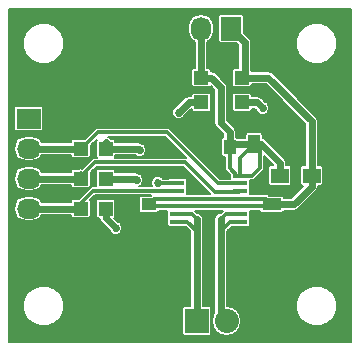
<source format=gtl>
G04 #@! TF.FileFunction,Copper,L1,Top,Signal*
%FSLAX46Y46*%
G04 Gerber Fmt 4.6, Leading zero omitted, Abs format (unit mm)*
G04 Created by KiCad (PCBNEW 0.201508140901+6091~28~ubuntu14.04.1-product) date Tue 06 Oct 2015 12:02:15 AM CEST*
%MOMM*%
G01*
G04 APERTURE LIST*
%ADD10C,0.100000*%
%ADD11C,0.685800*%
%ADD12R,1.000000X1.250000*%
%ADD13R,1.000000X1.600000*%
%ADD14R,1.250000X1.000000*%
%ADD15R,1.600000X1.000000*%
%ADD16R,2.032000X1.727200*%
%ADD17O,2.032000X1.727200*%
%ADD18R,2.032000X2.032000*%
%ADD19O,2.032000X2.032000*%
%ADD20R,1.270000X0.406400*%
%ADD21R,1.198880X1.198880*%
%ADD22R,1.727200X2.032000*%
%ADD23O,1.727200X2.032000*%
%ADD24R,1.500000X1.300000*%
%ADD25C,0.152400*%
%ADD26C,0.609600*%
%ADD27C,0.304800*%
G04 APERTURE END LIST*
D10*
D11*
X169926000Y-87376000D03*
X169926000Y-86106000D03*
X169926000Y-84836000D03*
X169926000Y-83566000D03*
X168656000Y-82296000D03*
X169926000Y-82296000D03*
X171196000Y-82296000D03*
X171196000Y-83566000D03*
X171196000Y-84836000D03*
X171196000Y-86106000D03*
X171196000Y-87376000D03*
X171196000Y-88646000D03*
X171196000Y-89916000D03*
X156718000Y-87122000D03*
X154686000Y-86360000D03*
X158877000Y-90297000D03*
X151638000Y-84328000D03*
X149098000Y-85598000D03*
X150368000Y-84328000D03*
X154686000Y-88900000D03*
X155194000Y-94996000D03*
X153924000Y-94996000D03*
X152654000Y-94996000D03*
X151384000Y-94996000D03*
X150114000Y-94996000D03*
X148844000Y-94996000D03*
X147574000Y-94996000D03*
X146304000Y-94996000D03*
X145034000Y-94996000D03*
X156718000Y-101346000D03*
X156718000Y-102616000D03*
X156718000Y-100076000D03*
X156718000Y-94996000D03*
X155194000Y-102616000D03*
X153924000Y-102616000D03*
X152654000Y-102616000D03*
X151384000Y-102616000D03*
X150114000Y-102616000D03*
X148844000Y-102616000D03*
X156718000Y-98806000D03*
X156718000Y-97536000D03*
X156718000Y-96266000D03*
X155194000Y-101346000D03*
X153924000Y-101346000D03*
X152654000Y-101346000D03*
X151384000Y-101346000D03*
X150114000Y-101346000D03*
X155194000Y-100076000D03*
X153924000Y-100076000D03*
X152654000Y-100076000D03*
X151384000Y-100076000D03*
X150114000Y-100076000D03*
X155194000Y-98806000D03*
X153924000Y-98806000D03*
X152654000Y-98806000D03*
X151384000Y-98806000D03*
X150114000Y-98806000D03*
X148844000Y-98806000D03*
X143764000Y-98806000D03*
X155194000Y-97536000D03*
X153924000Y-97536000D03*
X152654000Y-97536000D03*
X151384000Y-97536000D03*
X150114000Y-97536000D03*
X148844000Y-97536000D03*
X147574000Y-97536000D03*
X146304000Y-97536000D03*
X145034000Y-97536000D03*
X143764000Y-97536000D03*
X155194000Y-96266000D03*
X153924000Y-96266000D03*
X152654000Y-96266000D03*
X151384000Y-96266000D03*
X150114000Y-96266000D03*
X148844000Y-96266000D03*
X147574000Y-96266000D03*
X146304000Y-96266000D03*
X145034000Y-96266000D03*
X143764000Y-96266000D03*
X143764000Y-94996000D03*
X166116000Y-102616000D03*
X164846000Y-102616000D03*
X163576000Y-102616000D03*
X166116000Y-101346000D03*
X164846000Y-101346000D03*
X163576000Y-101346000D03*
X166116000Y-100076000D03*
X164846000Y-100076000D03*
X163576000Y-100076000D03*
X166116000Y-98806000D03*
X164846000Y-98806000D03*
X163576000Y-98806000D03*
X162306000Y-98806000D03*
X166116000Y-97536000D03*
X164846000Y-97536000D03*
X163576000Y-97536000D03*
X162306000Y-97536000D03*
X166116000Y-96266000D03*
X164846000Y-96266000D03*
X163576000Y-96266000D03*
X162306000Y-96266000D03*
X171196000Y-97536000D03*
X169926000Y-97536000D03*
X168656000Y-97536000D03*
X167386000Y-97536000D03*
X171196000Y-96266000D03*
X169926000Y-96266000D03*
X168656000Y-96266000D03*
X167386000Y-96266000D03*
X171196000Y-94996000D03*
X169926000Y-94996000D03*
X168656000Y-94996000D03*
X167386000Y-94996000D03*
X171196000Y-93726000D03*
X169926000Y-93726000D03*
X168656000Y-93726000D03*
X167386000Y-93726000D03*
X171196000Y-92456000D03*
X169926000Y-92456000D03*
X168656000Y-92456000D03*
X171196000Y-91186000D03*
X169926000Y-91186000D03*
X155448000Y-79756000D03*
X155448000Y-81026000D03*
X155448000Y-82296000D03*
X155448000Y-83566000D03*
X149098000Y-84328000D03*
X154178000Y-82296000D03*
X152908000Y-82296000D03*
X151638000Y-82296000D03*
X150368000Y-82296000D03*
X149098000Y-82296000D03*
X154178000Y-81026000D03*
X152908000Y-81026000D03*
X151638000Y-81026000D03*
X150368000Y-81026000D03*
X149098000Y-81026000D03*
X154178000Y-79756000D03*
X152908000Y-79756000D03*
X151638000Y-79756000D03*
X150368000Y-79756000D03*
X149098000Y-79756000D03*
X154178000Y-78486000D03*
X152908000Y-78486000D03*
X151638000Y-78486000D03*
X150368000Y-78486000D03*
X149098000Y-78486000D03*
X154178000Y-77216000D03*
X152908000Y-77216000D03*
X151638000Y-77216000D03*
X150368000Y-77216000D03*
X149098000Y-77216000D03*
X154178000Y-75946000D03*
X152908000Y-75946000D03*
X151638000Y-75946000D03*
X150368000Y-75946000D03*
D12*
X161782000Y-86868000D03*
X159782000Y-86868000D03*
D13*
X163854000Y-86614000D03*
X166854000Y-86614000D03*
D14*
X154940000Y-91710000D03*
X154940000Y-93710000D03*
D15*
X165354000Y-91718000D03*
X165354000Y-94718000D03*
D16*
X144780000Y-84455000D03*
D17*
X144780000Y-86995000D03*
X144780000Y-89535000D03*
X144780000Y-92075000D03*
D18*
X159004000Y-101600000D03*
D19*
X161544000Y-101600000D03*
D20*
X157353000Y-89281000D03*
X157353000Y-89916000D03*
X157353000Y-90576400D03*
X157353000Y-91236800D03*
X157353000Y-91871800D03*
X157353000Y-92532200D03*
X157353000Y-93192600D03*
X157353000Y-93827600D03*
X157353000Y-94488000D03*
X157353000Y-95123000D03*
X162687000Y-95123000D03*
X162687000Y-94488000D03*
X162687000Y-93827600D03*
X162687000Y-93192600D03*
X162687000Y-92532200D03*
X162687000Y-91871800D03*
X162687000Y-91236800D03*
X162687000Y-90576400D03*
X162687000Y-89916000D03*
X162687000Y-89281000D03*
D21*
X159385000Y-80992980D03*
X159385000Y-83091020D03*
X162814000Y-80992980D03*
X162814000Y-83091020D03*
X149191980Y-92075000D03*
X151290020Y-92075000D03*
X149191980Y-89535000D03*
X151290020Y-89535000D03*
X149191980Y-86995000D03*
X151290020Y-86995000D03*
D22*
X161925000Y-76835000D03*
D23*
X159385000Y-76835000D03*
X156845000Y-76835000D03*
D24*
X166036000Y-89281000D03*
X168736000Y-89281000D03*
D11*
X149098000Y-75946000D03*
X155702000Y-89916000D03*
X157480000Y-83947000D03*
X164592000Y-83566000D03*
X152146000Y-93726000D03*
X153924000Y-89662000D03*
X154178000Y-87122000D03*
D25*
X154940000Y-93710000D02*
X154940000Y-93980000D01*
D26*
X168736000Y-89281000D02*
X168736000Y-90217000D01*
X167235000Y-91718000D02*
X165354000Y-91718000D01*
X168736000Y-90217000D02*
X167235000Y-91718000D01*
X162814000Y-80992980D02*
X165066980Y-80992980D01*
X168736000Y-84662000D02*
X168736000Y-89281000D01*
X165066980Y-80992980D02*
X168736000Y-84662000D01*
X161925000Y-76835000D02*
X163068000Y-77978000D01*
X163068000Y-77978000D02*
X163068000Y-80738980D01*
X163068000Y-80738980D02*
X162814000Y-80992980D01*
D27*
X155159200Y-91490800D02*
X154940000Y-91710000D01*
X155413200Y-91236800D02*
X154940000Y-91710000D01*
X155101800Y-91871800D02*
X154940000Y-91710000D01*
X157353000Y-91871800D02*
X155101800Y-91871800D01*
X158699200Y-91236800D02*
X162687000Y-91236800D01*
X157353000Y-91236800D02*
X158699200Y-91236800D01*
X157353000Y-91871800D02*
X162687000Y-91871800D01*
X157353000Y-91236800D02*
X155413200Y-91236800D01*
X164872800Y-91236800D02*
X165354000Y-91718000D01*
X162687000Y-91236800D02*
X164872800Y-91236800D01*
X165200200Y-91871800D02*
X165354000Y-91718000D01*
X162687000Y-91871800D02*
X165200200Y-91871800D01*
X155702000Y-89916000D02*
X157353000Y-89916000D01*
X149191980Y-86995000D02*
X149225000Y-86995000D01*
X149225000Y-86995000D02*
X150622000Y-85598000D01*
X160782000Y-89916000D02*
X162687000Y-89916000D01*
X156464000Y-85598000D02*
X160782000Y-89916000D01*
X150622000Y-85598000D02*
X156464000Y-85598000D01*
X149191980Y-86995000D02*
X149191980Y-87215980D01*
D26*
X145796000Y-86995000D02*
X149191980Y-86995000D01*
D27*
X149191980Y-89535000D02*
X149191980Y-89314020D01*
X149191980Y-89314020D02*
X150368000Y-88138000D01*
X160528000Y-90678000D02*
X162585400Y-90678000D01*
X157988000Y-88138000D02*
X160528000Y-90678000D01*
X150368000Y-88138000D02*
X157988000Y-88138000D01*
X162585400Y-90678000D02*
X162687000Y-90576400D01*
X149191980Y-89535000D02*
X149191980Y-89060020D01*
D26*
X145796000Y-89535000D02*
X149191980Y-89535000D01*
D27*
X149191980Y-92075000D02*
X149191980Y-91600020D01*
X149191980Y-91600020D02*
X150215600Y-90576400D01*
X150215600Y-90576400D02*
X157353000Y-90576400D01*
D26*
X145796000Y-92075000D02*
X149191980Y-92075000D01*
D27*
X145034000Y-91821000D02*
X144780000Y-92075000D01*
D26*
X159004000Y-93980000D02*
X159004000Y-101600000D01*
D27*
X158572200Y-92532200D02*
X157353000Y-92532200D01*
X158572200Y-92532200D02*
X159004000Y-92964000D01*
D26*
X159004000Y-93980000D02*
X159004000Y-92964000D01*
D27*
X158216600Y-93192600D02*
X159004000Y-93980000D01*
X157353000Y-93192600D02*
X158216600Y-93192600D01*
D26*
X161036000Y-93980000D02*
X161036000Y-101092000D01*
X161036000Y-101092000D02*
X161544000Y-101600000D01*
D27*
X161467800Y-92532200D02*
X162687000Y-92532200D01*
X161467800Y-92532200D02*
X161036000Y-92964000D01*
D26*
X161036000Y-93980000D02*
X161036000Y-92964000D01*
D27*
X162687000Y-93192600D02*
X161823400Y-93192600D01*
X161823400Y-93192600D02*
X161036000Y-93980000D01*
D26*
X163854000Y-86614000D02*
X164465000Y-86614000D01*
X166036000Y-88185000D02*
X166036000Y-89281000D01*
X164465000Y-86614000D02*
X166036000Y-88185000D01*
X159385000Y-80992980D02*
X160240980Y-80992980D01*
X161782000Y-85582000D02*
X161782000Y-86868000D01*
X161036000Y-84836000D02*
X161782000Y-85582000D01*
X161036000Y-81788000D02*
X161036000Y-84836000D01*
X160240980Y-80992980D02*
X161036000Y-81788000D01*
X159385000Y-76835000D02*
X159385000Y-80992980D01*
X163854000Y-86614000D02*
X163854000Y-86336000D01*
X159385000Y-80992980D02*
X159605980Y-80992980D01*
D27*
X162687000Y-89281000D02*
X162687000Y-87781000D01*
X162687000Y-87781000D02*
X163854000Y-86614000D01*
X162687000Y-89281000D02*
X162433000Y-89281000D01*
X162433000Y-89281000D02*
X161782000Y-88630000D01*
X161782000Y-88630000D02*
X161782000Y-86868000D01*
D26*
X162036000Y-86614000D02*
X161782000Y-86868000D01*
X163854000Y-86614000D02*
X162036000Y-86614000D01*
X161782000Y-86868000D02*
X161782000Y-86376000D01*
D27*
X164338000Y-86614000D02*
X163854000Y-86614000D01*
X163703000Y-89281000D02*
X164338000Y-88646000D01*
X164338000Y-88646000D02*
X164338000Y-87376000D01*
X164338000Y-87376000D02*
X164338000Y-86614000D01*
X162687000Y-89281000D02*
X163703000Y-89281000D01*
X163854000Y-86844000D02*
X163854000Y-86614000D01*
X161782000Y-86868000D02*
X161782000Y-87138000D01*
D26*
X159385000Y-83091020D02*
X158335980Y-83091020D01*
X158335980Y-83091020D02*
X157480000Y-83947000D01*
X162814000Y-83091020D02*
X164117020Y-83091020D01*
X164117020Y-83091020D02*
X164592000Y-83566000D01*
X151290020Y-92075000D02*
X151290020Y-92870020D01*
X151290020Y-92870020D02*
X152146000Y-93726000D01*
X151290020Y-89535000D02*
X153797000Y-89535000D01*
X153797000Y-89535000D02*
X153924000Y-89662000D01*
X151290020Y-86995000D02*
X154051000Y-86995000D01*
X154051000Y-86995000D02*
X154178000Y-87122000D01*
X151290020Y-86995000D02*
X151290020Y-86453980D01*
D25*
G36*
X172060400Y-103353400D02*
X143153600Y-103353400D01*
X143153600Y-100672331D01*
X144321101Y-100672331D01*
X144583710Y-101307894D01*
X145069548Y-101794581D01*
X145704652Y-102058299D01*
X146392331Y-102058899D01*
X147027894Y-101796290D01*
X147514581Y-101310452D01*
X147778299Y-100675348D01*
X147778899Y-99987669D01*
X147516290Y-99352106D01*
X147030452Y-98865419D01*
X146395348Y-98601701D01*
X145707669Y-98601101D01*
X145072106Y-98863710D01*
X144585419Y-99349548D01*
X144321701Y-99984652D01*
X144321101Y-100672331D01*
X143153600Y-100672331D01*
X143153600Y-86995000D01*
X143511017Y-86995000D01*
X143594156Y-87412967D01*
X143830915Y-87767302D01*
X144185250Y-88004061D01*
X144603217Y-88087200D01*
X144956783Y-88087200D01*
X145374750Y-88004061D01*
X145729085Y-87767302D01*
X145888714Y-87528400D01*
X148359462Y-87528400D01*
X148359462Y-87594440D01*
X148375402Y-87679154D01*
X148425468Y-87756958D01*
X148501860Y-87809155D01*
X148592540Y-87827518D01*
X149791420Y-87827518D01*
X149876134Y-87811578D01*
X149953938Y-87761512D01*
X150006135Y-87685120D01*
X150024498Y-87594440D01*
X150024498Y-86734318D01*
X150523175Y-86235640D01*
X150475865Y-86304880D01*
X150457502Y-86395560D01*
X150457502Y-87594440D01*
X150473442Y-87679154D01*
X150523508Y-87756958D01*
X150523569Y-87757000D01*
X150368000Y-87757000D01*
X150222198Y-87786002D01*
X150098592Y-87868592D01*
X150098590Y-87868595D01*
X149272206Y-88694978D01*
X149191980Y-88679020D01*
X149074029Y-88702482D01*
X148592540Y-88702482D01*
X148507826Y-88718422D01*
X148430022Y-88768488D01*
X148377825Y-88844880D01*
X148359462Y-88935560D01*
X148359462Y-89001600D01*
X145888714Y-89001600D01*
X145729085Y-88762698D01*
X145374750Y-88525939D01*
X144956783Y-88442800D01*
X144603217Y-88442800D01*
X144185250Y-88525939D01*
X143830915Y-88762698D01*
X143594156Y-89117033D01*
X143511017Y-89535000D01*
X143594156Y-89952967D01*
X143830915Y-90307302D01*
X144185250Y-90544061D01*
X144603217Y-90627200D01*
X144956783Y-90627200D01*
X145374750Y-90544061D01*
X145729085Y-90307302D01*
X145888714Y-90068400D01*
X148359462Y-90068400D01*
X148359462Y-90134440D01*
X148375402Y-90219154D01*
X148425468Y-90296958D01*
X148501860Y-90349155D01*
X148592540Y-90367518D01*
X149791420Y-90367518D01*
X149876134Y-90351578D01*
X149953938Y-90301512D01*
X150006135Y-90225120D01*
X150024498Y-90134440D01*
X150024498Y-89020318D01*
X150525815Y-88519000D01*
X157830184Y-88519000D01*
X160166985Y-90855800D01*
X158205647Y-90855800D01*
X158221078Y-90779600D01*
X158221078Y-90373200D01*
X158205138Y-90288486D01*
X158177913Y-90246178D01*
X158202715Y-90209880D01*
X158221078Y-90119200D01*
X158221078Y-89712800D01*
X158205138Y-89628086D01*
X158155072Y-89550282D01*
X158078680Y-89498085D01*
X157988000Y-89479722D01*
X156718000Y-89479722D01*
X156633286Y-89495662D01*
X156572154Y-89535000D01*
X156129182Y-89535000D01*
X156026151Y-89431789D01*
X155816177Y-89344600D01*
X155588820Y-89344401D01*
X155378694Y-89431224D01*
X155217789Y-89591849D01*
X155130600Y-89801823D01*
X155130401Y-90029180D01*
X155199082Y-90195400D01*
X154129628Y-90195400D01*
X154247306Y-90146776D01*
X154408211Y-89986151D01*
X154495400Y-89776177D01*
X154495599Y-89548820D01*
X154408776Y-89338694D01*
X154248151Y-89177789D01*
X154131634Y-89129407D01*
X154001123Y-89042203D01*
X153797000Y-89001600D01*
X152122538Y-89001600D01*
X152122538Y-88935560D01*
X152106598Y-88850846D01*
X152056532Y-88773042D01*
X151980140Y-88720845D01*
X151889460Y-88702482D01*
X150690580Y-88702482D01*
X150605866Y-88718422D01*
X150528062Y-88768488D01*
X150475865Y-88844880D01*
X150457502Y-88935560D01*
X150457502Y-90134440D01*
X150468972Y-90195400D01*
X150215600Y-90195400D01*
X150069797Y-90224402D01*
X150020288Y-90257483D01*
X149946192Y-90306992D01*
X149946190Y-90306995D01*
X149010702Y-91242482D01*
X148592540Y-91242482D01*
X148507826Y-91258422D01*
X148430022Y-91308488D01*
X148377825Y-91384880D01*
X148359462Y-91475560D01*
X148359462Y-91541600D01*
X145888714Y-91541600D01*
X145729085Y-91302698D01*
X145374750Y-91065939D01*
X144956783Y-90982800D01*
X144603217Y-90982800D01*
X144185250Y-91065939D01*
X143830915Y-91302698D01*
X143594156Y-91657033D01*
X143511017Y-92075000D01*
X143594156Y-92492967D01*
X143830915Y-92847302D01*
X144185250Y-93084061D01*
X144603217Y-93167200D01*
X144956783Y-93167200D01*
X145374750Y-93084061D01*
X145729085Y-92847302D01*
X145888714Y-92608400D01*
X148359462Y-92608400D01*
X148359462Y-92674440D01*
X148375402Y-92759154D01*
X148425468Y-92836958D01*
X148501860Y-92889155D01*
X148592540Y-92907518D01*
X149791420Y-92907518D01*
X149876134Y-92891578D01*
X149953938Y-92841512D01*
X150006135Y-92765120D01*
X150024498Y-92674440D01*
X150024498Y-91475560D01*
X150457502Y-91475560D01*
X150457502Y-92674440D01*
X150473442Y-92759154D01*
X150523508Y-92836958D01*
X150599900Y-92889155D01*
X150690580Y-92907518D01*
X150764079Y-92907518D01*
X150797223Y-93074143D01*
X150912849Y-93247191D01*
X151623383Y-93957724D01*
X151661224Y-94049306D01*
X151821849Y-94210211D01*
X152031823Y-94297400D01*
X152259180Y-94297599D01*
X152469306Y-94210776D01*
X152630211Y-94050151D01*
X152717400Y-93840177D01*
X152717599Y-93612820D01*
X152630776Y-93402694D01*
X152470151Y-93241789D01*
X152377770Y-93203429D01*
X152029998Y-92855656D01*
X152051978Y-92841512D01*
X152104175Y-92765120D01*
X152122538Y-92674440D01*
X152122538Y-91475560D01*
X152106598Y-91390846D01*
X152056532Y-91313042D01*
X151980140Y-91260845D01*
X151889460Y-91242482D01*
X150690580Y-91242482D01*
X150605866Y-91258422D01*
X150528062Y-91308488D01*
X150475865Y-91384880D01*
X150457502Y-91475560D01*
X150024498Y-91475560D01*
X150008558Y-91390846D01*
X149981703Y-91349113D01*
X150373415Y-90957400D01*
X155158746Y-90957400D01*
X155143792Y-90967392D01*
X155134262Y-90976922D01*
X154315000Y-90976922D01*
X154230286Y-90992862D01*
X154152482Y-91042928D01*
X154100285Y-91119320D01*
X154081922Y-91210000D01*
X154081922Y-92210000D01*
X154097862Y-92294714D01*
X154147928Y-92372518D01*
X154224320Y-92424715D01*
X154315000Y-92443078D01*
X155565000Y-92443078D01*
X155649714Y-92427138D01*
X155727518Y-92377072D01*
X155779715Y-92300680D01*
X155789411Y-92252800D01*
X156500353Y-92252800D01*
X156484922Y-92329000D01*
X156484922Y-92735400D01*
X156500862Y-92820114D01*
X156528087Y-92862422D01*
X156503285Y-92898720D01*
X156484922Y-92989400D01*
X156484922Y-93395800D01*
X156500862Y-93480514D01*
X156550928Y-93558318D01*
X156627320Y-93610515D01*
X156718000Y-93628878D01*
X157988000Y-93628878D01*
X158072714Y-93612938D01*
X158088174Y-93602990D01*
X158470600Y-93985416D01*
X158470600Y-100350922D01*
X157988000Y-100350922D01*
X157903286Y-100366862D01*
X157825482Y-100416928D01*
X157773285Y-100493320D01*
X157754922Y-100584000D01*
X157754922Y-102616000D01*
X157770862Y-102700714D01*
X157820928Y-102778518D01*
X157897320Y-102830715D01*
X157988000Y-102849078D01*
X160020000Y-102849078D01*
X160104714Y-102833138D01*
X160182518Y-102783072D01*
X160234715Y-102706680D01*
X160253078Y-102616000D01*
X160253078Y-100584000D01*
X160237138Y-100499286D01*
X160187072Y-100421482D01*
X160110680Y-100369285D01*
X160020000Y-100350922D01*
X159537400Y-100350922D01*
X159537400Y-92964000D01*
X159496797Y-92759877D01*
X159381171Y-92586829D01*
X159208123Y-92471203D01*
X159010760Y-92431945D01*
X158841608Y-92262792D01*
X158826654Y-92252800D01*
X161213346Y-92252800D01*
X161198392Y-92262792D01*
X161198390Y-92262795D01*
X161029240Y-92431945D01*
X160831877Y-92471203D01*
X160658829Y-92586829D01*
X160543203Y-92759877D01*
X160502600Y-92964000D01*
X160502600Y-100937007D01*
X160394140Y-101099329D01*
X160299400Y-101575617D01*
X160299400Y-101624383D01*
X160394140Y-102100671D01*
X160663935Y-102504448D01*
X161067712Y-102774243D01*
X161544000Y-102868983D01*
X162020288Y-102774243D01*
X162424065Y-102504448D01*
X162693860Y-102100671D01*
X162788600Y-101624383D01*
X162788600Y-101575617D01*
X162693860Y-101099329D01*
X162424065Y-100695552D01*
X162389313Y-100672331D01*
X167435101Y-100672331D01*
X167697710Y-101307894D01*
X168183548Y-101794581D01*
X168818652Y-102058299D01*
X169506331Y-102058899D01*
X170141894Y-101796290D01*
X170628581Y-101310452D01*
X170892299Y-100675348D01*
X170892899Y-99987669D01*
X170630290Y-99352106D01*
X170144452Y-98865419D01*
X169509348Y-98601701D01*
X168821669Y-98601101D01*
X168186106Y-98863710D01*
X167699419Y-99349548D01*
X167435701Y-99984652D01*
X167435101Y-100672331D01*
X162389313Y-100672331D01*
X162020288Y-100425757D01*
X161569400Y-100336069D01*
X161569400Y-93985416D01*
X161951209Y-93603607D01*
X161961320Y-93610515D01*
X162052000Y-93628878D01*
X163322000Y-93628878D01*
X163406714Y-93612938D01*
X163484518Y-93562872D01*
X163536715Y-93486480D01*
X163555078Y-93395800D01*
X163555078Y-92989400D01*
X163539138Y-92904686D01*
X163511913Y-92862378D01*
X163536715Y-92826080D01*
X163555078Y-92735400D01*
X163555078Y-92329000D01*
X163540740Y-92252800D01*
X164327470Y-92252800D01*
X164336862Y-92302714D01*
X164386928Y-92380518D01*
X164463320Y-92432715D01*
X164554000Y-92451078D01*
X166154000Y-92451078D01*
X166238714Y-92435138D01*
X166316518Y-92385072D01*
X166368715Y-92308680D01*
X166380314Y-92251400D01*
X167235000Y-92251400D01*
X167439123Y-92210797D01*
X167612171Y-92095171D01*
X169113168Y-90594173D01*
X169113171Y-90594171D01*
X169228797Y-90421123D01*
X169239460Y-90367518D01*
X169269401Y-90217000D01*
X169269400Y-90216995D01*
X169269400Y-90164078D01*
X169486000Y-90164078D01*
X169570714Y-90148138D01*
X169648518Y-90098072D01*
X169700715Y-90021680D01*
X169719078Y-89931000D01*
X169719078Y-88631000D01*
X169703138Y-88546286D01*
X169653072Y-88468482D01*
X169576680Y-88416285D01*
X169486000Y-88397922D01*
X169269400Y-88397922D01*
X169269400Y-84662000D01*
X169228797Y-84457877D01*
X169113171Y-84284829D01*
X165444151Y-80615809D01*
X165271103Y-80500183D01*
X165066980Y-80459580D01*
X163646518Y-80459580D01*
X163646518Y-80393540D01*
X163630578Y-80308826D01*
X163601400Y-80263483D01*
X163601400Y-78447331D01*
X167435101Y-78447331D01*
X167697710Y-79082894D01*
X168183548Y-79569581D01*
X168818652Y-79833299D01*
X169506331Y-79833899D01*
X170141894Y-79571290D01*
X170628581Y-79085452D01*
X170892299Y-78450348D01*
X170892899Y-77762669D01*
X170630290Y-77127106D01*
X170144452Y-76640419D01*
X169509348Y-76376701D01*
X168821669Y-76376101D01*
X168186106Y-76638710D01*
X167699419Y-77124548D01*
X167435701Y-77759652D01*
X167435101Y-78447331D01*
X163601400Y-78447331D01*
X163601400Y-77978000D01*
X163560797Y-77773877D01*
X163445171Y-77600829D01*
X163021678Y-77177336D01*
X163021678Y-75819000D01*
X163005738Y-75734286D01*
X162955672Y-75656482D01*
X162879280Y-75604285D01*
X162788600Y-75585922D01*
X161061400Y-75585922D01*
X160976686Y-75601862D01*
X160898882Y-75651928D01*
X160846685Y-75728320D01*
X160828322Y-75819000D01*
X160828322Y-77851000D01*
X160844262Y-77935714D01*
X160894328Y-78013518D01*
X160970720Y-78065715D01*
X161061400Y-78084078D01*
X162419736Y-78084078D01*
X162534600Y-78198942D01*
X162534600Y-80160462D01*
X162214560Y-80160462D01*
X162129846Y-80176402D01*
X162052042Y-80226468D01*
X161999845Y-80302860D01*
X161981482Y-80393540D01*
X161981482Y-81592420D01*
X161997422Y-81677134D01*
X162047488Y-81754938D01*
X162123880Y-81807135D01*
X162214560Y-81825498D01*
X163413440Y-81825498D01*
X163498154Y-81809558D01*
X163575958Y-81759492D01*
X163628155Y-81683100D01*
X163646518Y-81592420D01*
X163646518Y-81526380D01*
X164846038Y-81526380D01*
X168202600Y-84882942D01*
X168202600Y-88397922D01*
X167986000Y-88397922D01*
X167901286Y-88413862D01*
X167823482Y-88463928D01*
X167771285Y-88540320D01*
X167752922Y-88631000D01*
X167752922Y-89931000D01*
X167768862Y-90015714D01*
X167818928Y-90093518D01*
X167895320Y-90145715D01*
X167986000Y-90164078D01*
X168034581Y-90164078D01*
X167014058Y-91184600D01*
X166380793Y-91184600D01*
X166371138Y-91133286D01*
X166321072Y-91055482D01*
X166244680Y-91003285D01*
X166154000Y-90984922D01*
X165159738Y-90984922D01*
X165142208Y-90967392D01*
X165018603Y-90884802D01*
X164872800Y-90855800D01*
X163539647Y-90855800D01*
X163555078Y-90779600D01*
X163555078Y-90373200D01*
X163539138Y-90288486D01*
X163511913Y-90246178D01*
X163536715Y-90209880D01*
X163555078Y-90119200D01*
X163555078Y-89712800D01*
X163545519Y-89662000D01*
X163703000Y-89662000D01*
X163848803Y-89632998D01*
X163972408Y-89550408D01*
X164607405Y-88915410D01*
X164607408Y-88915408D01*
X164689998Y-88791802D01*
X164690714Y-88788203D01*
X164719001Y-88646000D01*
X164719000Y-88645995D01*
X164719000Y-87622342D01*
X165494581Y-88397922D01*
X165286000Y-88397922D01*
X165201286Y-88413862D01*
X165123482Y-88463928D01*
X165071285Y-88540320D01*
X165052922Y-88631000D01*
X165052922Y-89931000D01*
X165068862Y-90015714D01*
X165118928Y-90093518D01*
X165195320Y-90145715D01*
X165286000Y-90164078D01*
X166786000Y-90164078D01*
X166870714Y-90148138D01*
X166948518Y-90098072D01*
X167000715Y-90021680D01*
X167019078Y-89931000D01*
X167019078Y-88631000D01*
X167003138Y-88546286D01*
X166953072Y-88468482D01*
X166876680Y-88416285D01*
X166786000Y-88397922D01*
X166569400Y-88397922D01*
X166569400Y-88185005D01*
X166569401Y-88185000D01*
X166528797Y-87980877D01*
X166492666Y-87926803D01*
X166413171Y-87807829D01*
X166413168Y-87807827D01*
X164842171Y-86236829D01*
X164669123Y-86121203D01*
X164587078Y-86104883D01*
X164587078Y-85814000D01*
X164571138Y-85729286D01*
X164521072Y-85651482D01*
X164444680Y-85599285D01*
X164354000Y-85580922D01*
X163354000Y-85580922D01*
X163269286Y-85596862D01*
X163191482Y-85646928D01*
X163139285Y-85723320D01*
X163120922Y-85814000D01*
X163120922Y-86080600D01*
X162449148Y-86080600D01*
X162449072Y-86080482D01*
X162372680Y-86028285D01*
X162315400Y-86016686D01*
X162315400Y-85582000D01*
X162274797Y-85377877D01*
X162274797Y-85377876D01*
X162159171Y-85204829D01*
X161569400Y-84615058D01*
X161569400Y-82491580D01*
X161981482Y-82491580D01*
X161981482Y-83690460D01*
X161997422Y-83775174D01*
X162047488Y-83852978D01*
X162123880Y-83905175D01*
X162214560Y-83923538D01*
X163413440Y-83923538D01*
X163498154Y-83907598D01*
X163575958Y-83857532D01*
X163628155Y-83781140D01*
X163646518Y-83690460D01*
X163646518Y-83624420D01*
X163896078Y-83624420D01*
X164069383Y-83797725D01*
X164107224Y-83889306D01*
X164267849Y-84050211D01*
X164477823Y-84137400D01*
X164705180Y-84137599D01*
X164915306Y-84050776D01*
X165076211Y-83890151D01*
X165163400Y-83680177D01*
X165163599Y-83452820D01*
X165076776Y-83242694D01*
X164916151Y-83081789D01*
X164823772Y-83043430D01*
X164494191Y-82713849D01*
X164321143Y-82598223D01*
X164117020Y-82557620D01*
X163646518Y-82557620D01*
X163646518Y-82491580D01*
X163630578Y-82406866D01*
X163580512Y-82329062D01*
X163504120Y-82276865D01*
X163413440Y-82258502D01*
X162214560Y-82258502D01*
X162129846Y-82274442D01*
X162052042Y-82324508D01*
X161999845Y-82400900D01*
X161981482Y-82491580D01*
X161569400Y-82491580D01*
X161569400Y-81788000D01*
X161528797Y-81583877D01*
X161413171Y-81410829D01*
X160618151Y-80615809D01*
X160445103Y-80500183D01*
X160240980Y-80459580D01*
X160217518Y-80459580D01*
X160217518Y-80393540D01*
X160201578Y-80308826D01*
X160151512Y-80231022D01*
X160075120Y-80178825D01*
X159984440Y-80160462D01*
X159918400Y-80160462D01*
X159918400Y-77943714D01*
X160157302Y-77784085D01*
X160394061Y-77429750D01*
X160477200Y-77011783D01*
X160477200Y-76658217D01*
X160394061Y-76240250D01*
X160157302Y-75885915D01*
X159802967Y-75649156D01*
X159385000Y-75566017D01*
X158967033Y-75649156D01*
X158612698Y-75885915D01*
X158375939Y-76240250D01*
X158292800Y-76658217D01*
X158292800Y-77011783D01*
X158375939Y-77429750D01*
X158612698Y-77784085D01*
X158851600Y-77943714D01*
X158851600Y-80160462D01*
X158785560Y-80160462D01*
X158700846Y-80176402D01*
X158623042Y-80226468D01*
X158570845Y-80302860D01*
X158552482Y-80393540D01*
X158552482Y-81592420D01*
X158568422Y-81677134D01*
X158618488Y-81754938D01*
X158694880Y-81807135D01*
X158785560Y-81825498D01*
X159984440Y-81825498D01*
X160069154Y-81809558D01*
X160146958Y-81759492D01*
X160190064Y-81696406D01*
X160502600Y-82008942D01*
X160502600Y-84836000D01*
X160543203Y-85040123D01*
X160658829Y-85213171D01*
X161248600Y-85802942D01*
X161248600Y-86016207D01*
X161197286Y-86025862D01*
X161119482Y-86075928D01*
X161067285Y-86152320D01*
X161048922Y-86243000D01*
X161048922Y-87493000D01*
X161064862Y-87577714D01*
X161114928Y-87655518D01*
X161191320Y-87707715D01*
X161282000Y-87726078D01*
X161401000Y-87726078D01*
X161401000Y-88630000D01*
X161430002Y-88775803D01*
X161512592Y-88899408D01*
X161818922Y-89205738D01*
X161818922Y-89484200D01*
X161828481Y-89535000D01*
X160939816Y-89535000D01*
X156733408Y-85328592D01*
X156609803Y-85246002D01*
X156464000Y-85217000D01*
X150622000Y-85217000D01*
X150476197Y-85246002D01*
X150426688Y-85279083D01*
X150352592Y-85328592D01*
X150352590Y-85328595D01*
X149518702Y-86162482D01*
X148592540Y-86162482D01*
X148507826Y-86178422D01*
X148430022Y-86228488D01*
X148377825Y-86304880D01*
X148359462Y-86395560D01*
X148359462Y-86461600D01*
X145888714Y-86461600D01*
X145729085Y-86222698D01*
X145374750Y-85985939D01*
X144956783Y-85902800D01*
X144603217Y-85902800D01*
X144185250Y-85985939D01*
X143830915Y-86222698D01*
X143594156Y-86577033D01*
X143511017Y-86995000D01*
X143153600Y-86995000D01*
X143153600Y-83591400D01*
X143530922Y-83591400D01*
X143530922Y-85318600D01*
X143546862Y-85403314D01*
X143596928Y-85481118D01*
X143673320Y-85533315D01*
X143764000Y-85551678D01*
X145796000Y-85551678D01*
X145880714Y-85535738D01*
X145958518Y-85485672D01*
X146010715Y-85409280D01*
X146029078Y-85318600D01*
X146029078Y-84060180D01*
X156908401Y-84060180D01*
X156995224Y-84270306D01*
X157155849Y-84431211D01*
X157365823Y-84518400D01*
X157593180Y-84518599D01*
X157803306Y-84431776D01*
X157964211Y-84271151D01*
X158002570Y-84178771D01*
X158552482Y-83628859D01*
X158552482Y-83690460D01*
X158568422Y-83775174D01*
X158618488Y-83852978D01*
X158694880Y-83905175D01*
X158785560Y-83923538D01*
X159984440Y-83923538D01*
X160069154Y-83907598D01*
X160146958Y-83857532D01*
X160199155Y-83781140D01*
X160217518Y-83690460D01*
X160217518Y-82491580D01*
X160201578Y-82406866D01*
X160151512Y-82329062D01*
X160075120Y-82276865D01*
X159984440Y-82258502D01*
X158785560Y-82258502D01*
X158700846Y-82274442D01*
X158623042Y-82324508D01*
X158570845Y-82400900D01*
X158552482Y-82491580D01*
X158552482Y-82557620D01*
X158335985Y-82557620D01*
X158335980Y-82557619D01*
X158131857Y-82598223D01*
X157958809Y-82713849D01*
X157958807Y-82713852D01*
X157248275Y-83424383D01*
X157156694Y-83462224D01*
X156995789Y-83622849D01*
X156908600Y-83832823D01*
X156908401Y-84060180D01*
X146029078Y-84060180D01*
X146029078Y-83591400D01*
X146013138Y-83506686D01*
X145963072Y-83428882D01*
X145886680Y-83376685D01*
X145796000Y-83358322D01*
X143764000Y-83358322D01*
X143679286Y-83374262D01*
X143601482Y-83424328D01*
X143549285Y-83500720D01*
X143530922Y-83591400D01*
X143153600Y-83591400D01*
X143153600Y-78447331D01*
X144321101Y-78447331D01*
X144583710Y-79082894D01*
X145069548Y-79569581D01*
X145704652Y-79833299D01*
X146392331Y-79833899D01*
X147027894Y-79571290D01*
X147514581Y-79085452D01*
X147778299Y-78450348D01*
X147778899Y-77762669D01*
X147516290Y-77127106D01*
X147030452Y-76640419D01*
X146395348Y-76376701D01*
X145707669Y-76376101D01*
X145072106Y-76638710D01*
X144585419Y-77124548D01*
X144321701Y-77759652D01*
X144321101Y-78447331D01*
X143153600Y-78447331D01*
X143153600Y-75208600D01*
X172060400Y-75208600D01*
X172060400Y-103353400D01*
X172060400Y-103353400D01*
G37*
X172060400Y-103353400D02*
X143153600Y-103353400D01*
X143153600Y-100672331D01*
X144321101Y-100672331D01*
X144583710Y-101307894D01*
X145069548Y-101794581D01*
X145704652Y-102058299D01*
X146392331Y-102058899D01*
X147027894Y-101796290D01*
X147514581Y-101310452D01*
X147778299Y-100675348D01*
X147778899Y-99987669D01*
X147516290Y-99352106D01*
X147030452Y-98865419D01*
X146395348Y-98601701D01*
X145707669Y-98601101D01*
X145072106Y-98863710D01*
X144585419Y-99349548D01*
X144321701Y-99984652D01*
X144321101Y-100672331D01*
X143153600Y-100672331D01*
X143153600Y-86995000D01*
X143511017Y-86995000D01*
X143594156Y-87412967D01*
X143830915Y-87767302D01*
X144185250Y-88004061D01*
X144603217Y-88087200D01*
X144956783Y-88087200D01*
X145374750Y-88004061D01*
X145729085Y-87767302D01*
X145888714Y-87528400D01*
X148359462Y-87528400D01*
X148359462Y-87594440D01*
X148375402Y-87679154D01*
X148425468Y-87756958D01*
X148501860Y-87809155D01*
X148592540Y-87827518D01*
X149791420Y-87827518D01*
X149876134Y-87811578D01*
X149953938Y-87761512D01*
X150006135Y-87685120D01*
X150024498Y-87594440D01*
X150024498Y-86734318D01*
X150523175Y-86235640D01*
X150475865Y-86304880D01*
X150457502Y-86395560D01*
X150457502Y-87594440D01*
X150473442Y-87679154D01*
X150523508Y-87756958D01*
X150523569Y-87757000D01*
X150368000Y-87757000D01*
X150222198Y-87786002D01*
X150098592Y-87868592D01*
X150098590Y-87868595D01*
X149272206Y-88694978D01*
X149191980Y-88679020D01*
X149074029Y-88702482D01*
X148592540Y-88702482D01*
X148507826Y-88718422D01*
X148430022Y-88768488D01*
X148377825Y-88844880D01*
X148359462Y-88935560D01*
X148359462Y-89001600D01*
X145888714Y-89001600D01*
X145729085Y-88762698D01*
X145374750Y-88525939D01*
X144956783Y-88442800D01*
X144603217Y-88442800D01*
X144185250Y-88525939D01*
X143830915Y-88762698D01*
X143594156Y-89117033D01*
X143511017Y-89535000D01*
X143594156Y-89952967D01*
X143830915Y-90307302D01*
X144185250Y-90544061D01*
X144603217Y-90627200D01*
X144956783Y-90627200D01*
X145374750Y-90544061D01*
X145729085Y-90307302D01*
X145888714Y-90068400D01*
X148359462Y-90068400D01*
X148359462Y-90134440D01*
X148375402Y-90219154D01*
X148425468Y-90296958D01*
X148501860Y-90349155D01*
X148592540Y-90367518D01*
X149791420Y-90367518D01*
X149876134Y-90351578D01*
X149953938Y-90301512D01*
X150006135Y-90225120D01*
X150024498Y-90134440D01*
X150024498Y-89020318D01*
X150525815Y-88519000D01*
X157830184Y-88519000D01*
X160166985Y-90855800D01*
X158205647Y-90855800D01*
X158221078Y-90779600D01*
X158221078Y-90373200D01*
X158205138Y-90288486D01*
X158177913Y-90246178D01*
X158202715Y-90209880D01*
X158221078Y-90119200D01*
X158221078Y-89712800D01*
X158205138Y-89628086D01*
X158155072Y-89550282D01*
X158078680Y-89498085D01*
X157988000Y-89479722D01*
X156718000Y-89479722D01*
X156633286Y-89495662D01*
X156572154Y-89535000D01*
X156129182Y-89535000D01*
X156026151Y-89431789D01*
X155816177Y-89344600D01*
X155588820Y-89344401D01*
X155378694Y-89431224D01*
X155217789Y-89591849D01*
X155130600Y-89801823D01*
X155130401Y-90029180D01*
X155199082Y-90195400D01*
X154129628Y-90195400D01*
X154247306Y-90146776D01*
X154408211Y-89986151D01*
X154495400Y-89776177D01*
X154495599Y-89548820D01*
X154408776Y-89338694D01*
X154248151Y-89177789D01*
X154131634Y-89129407D01*
X154001123Y-89042203D01*
X153797000Y-89001600D01*
X152122538Y-89001600D01*
X152122538Y-88935560D01*
X152106598Y-88850846D01*
X152056532Y-88773042D01*
X151980140Y-88720845D01*
X151889460Y-88702482D01*
X150690580Y-88702482D01*
X150605866Y-88718422D01*
X150528062Y-88768488D01*
X150475865Y-88844880D01*
X150457502Y-88935560D01*
X150457502Y-90134440D01*
X150468972Y-90195400D01*
X150215600Y-90195400D01*
X150069797Y-90224402D01*
X150020288Y-90257483D01*
X149946192Y-90306992D01*
X149946190Y-90306995D01*
X149010702Y-91242482D01*
X148592540Y-91242482D01*
X148507826Y-91258422D01*
X148430022Y-91308488D01*
X148377825Y-91384880D01*
X148359462Y-91475560D01*
X148359462Y-91541600D01*
X145888714Y-91541600D01*
X145729085Y-91302698D01*
X145374750Y-91065939D01*
X144956783Y-90982800D01*
X144603217Y-90982800D01*
X144185250Y-91065939D01*
X143830915Y-91302698D01*
X143594156Y-91657033D01*
X143511017Y-92075000D01*
X143594156Y-92492967D01*
X143830915Y-92847302D01*
X144185250Y-93084061D01*
X144603217Y-93167200D01*
X144956783Y-93167200D01*
X145374750Y-93084061D01*
X145729085Y-92847302D01*
X145888714Y-92608400D01*
X148359462Y-92608400D01*
X148359462Y-92674440D01*
X148375402Y-92759154D01*
X148425468Y-92836958D01*
X148501860Y-92889155D01*
X148592540Y-92907518D01*
X149791420Y-92907518D01*
X149876134Y-92891578D01*
X149953938Y-92841512D01*
X150006135Y-92765120D01*
X150024498Y-92674440D01*
X150024498Y-91475560D01*
X150457502Y-91475560D01*
X150457502Y-92674440D01*
X150473442Y-92759154D01*
X150523508Y-92836958D01*
X150599900Y-92889155D01*
X150690580Y-92907518D01*
X150764079Y-92907518D01*
X150797223Y-93074143D01*
X150912849Y-93247191D01*
X151623383Y-93957724D01*
X151661224Y-94049306D01*
X151821849Y-94210211D01*
X152031823Y-94297400D01*
X152259180Y-94297599D01*
X152469306Y-94210776D01*
X152630211Y-94050151D01*
X152717400Y-93840177D01*
X152717599Y-93612820D01*
X152630776Y-93402694D01*
X152470151Y-93241789D01*
X152377770Y-93203429D01*
X152029998Y-92855656D01*
X152051978Y-92841512D01*
X152104175Y-92765120D01*
X152122538Y-92674440D01*
X152122538Y-91475560D01*
X152106598Y-91390846D01*
X152056532Y-91313042D01*
X151980140Y-91260845D01*
X151889460Y-91242482D01*
X150690580Y-91242482D01*
X150605866Y-91258422D01*
X150528062Y-91308488D01*
X150475865Y-91384880D01*
X150457502Y-91475560D01*
X150024498Y-91475560D01*
X150008558Y-91390846D01*
X149981703Y-91349113D01*
X150373415Y-90957400D01*
X155158746Y-90957400D01*
X155143792Y-90967392D01*
X155134262Y-90976922D01*
X154315000Y-90976922D01*
X154230286Y-90992862D01*
X154152482Y-91042928D01*
X154100285Y-91119320D01*
X154081922Y-91210000D01*
X154081922Y-92210000D01*
X154097862Y-92294714D01*
X154147928Y-92372518D01*
X154224320Y-92424715D01*
X154315000Y-92443078D01*
X155565000Y-92443078D01*
X155649714Y-92427138D01*
X155727518Y-92377072D01*
X155779715Y-92300680D01*
X155789411Y-92252800D01*
X156500353Y-92252800D01*
X156484922Y-92329000D01*
X156484922Y-92735400D01*
X156500862Y-92820114D01*
X156528087Y-92862422D01*
X156503285Y-92898720D01*
X156484922Y-92989400D01*
X156484922Y-93395800D01*
X156500862Y-93480514D01*
X156550928Y-93558318D01*
X156627320Y-93610515D01*
X156718000Y-93628878D01*
X157988000Y-93628878D01*
X158072714Y-93612938D01*
X158088174Y-93602990D01*
X158470600Y-93985416D01*
X158470600Y-100350922D01*
X157988000Y-100350922D01*
X157903286Y-100366862D01*
X157825482Y-100416928D01*
X157773285Y-100493320D01*
X157754922Y-100584000D01*
X157754922Y-102616000D01*
X157770862Y-102700714D01*
X157820928Y-102778518D01*
X157897320Y-102830715D01*
X157988000Y-102849078D01*
X160020000Y-102849078D01*
X160104714Y-102833138D01*
X160182518Y-102783072D01*
X160234715Y-102706680D01*
X160253078Y-102616000D01*
X160253078Y-100584000D01*
X160237138Y-100499286D01*
X160187072Y-100421482D01*
X160110680Y-100369285D01*
X160020000Y-100350922D01*
X159537400Y-100350922D01*
X159537400Y-92964000D01*
X159496797Y-92759877D01*
X159381171Y-92586829D01*
X159208123Y-92471203D01*
X159010760Y-92431945D01*
X158841608Y-92262792D01*
X158826654Y-92252800D01*
X161213346Y-92252800D01*
X161198392Y-92262792D01*
X161198390Y-92262795D01*
X161029240Y-92431945D01*
X160831877Y-92471203D01*
X160658829Y-92586829D01*
X160543203Y-92759877D01*
X160502600Y-92964000D01*
X160502600Y-100937007D01*
X160394140Y-101099329D01*
X160299400Y-101575617D01*
X160299400Y-101624383D01*
X160394140Y-102100671D01*
X160663935Y-102504448D01*
X161067712Y-102774243D01*
X161544000Y-102868983D01*
X162020288Y-102774243D01*
X162424065Y-102504448D01*
X162693860Y-102100671D01*
X162788600Y-101624383D01*
X162788600Y-101575617D01*
X162693860Y-101099329D01*
X162424065Y-100695552D01*
X162389313Y-100672331D01*
X167435101Y-100672331D01*
X167697710Y-101307894D01*
X168183548Y-101794581D01*
X168818652Y-102058299D01*
X169506331Y-102058899D01*
X170141894Y-101796290D01*
X170628581Y-101310452D01*
X170892299Y-100675348D01*
X170892899Y-99987669D01*
X170630290Y-99352106D01*
X170144452Y-98865419D01*
X169509348Y-98601701D01*
X168821669Y-98601101D01*
X168186106Y-98863710D01*
X167699419Y-99349548D01*
X167435701Y-99984652D01*
X167435101Y-100672331D01*
X162389313Y-100672331D01*
X162020288Y-100425757D01*
X161569400Y-100336069D01*
X161569400Y-93985416D01*
X161951209Y-93603607D01*
X161961320Y-93610515D01*
X162052000Y-93628878D01*
X163322000Y-93628878D01*
X163406714Y-93612938D01*
X163484518Y-93562872D01*
X163536715Y-93486480D01*
X163555078Y-93395800D01*
X163555078Y-92989400D01*
X163539138Y-92904686D01*
X163511913Y-92862378D01*
X163536715Y-92826080D01*
X163555078Y-92735400D01*
X163555078Y-92329000D01*
X163540740Y-92252800D01*
X164327470Y-92252800D01*
X164336862Y-92302714D01*
X164386928Y-92380518D01*
X164463320Y-92432715D01*
X164554000Y-92451078D01*
X166154000Y-92451078D01*
X166238714Y-92435138D01*
X166316518Y-92385072D01*
X166368715Y-92308680D01*
X166380314Y-92251400D01*
X167235000Y-92251400D01*
X167439123Y-92210797D01*
X167612171Y-92095171D01*
X169113168Y-90594173D01*
X169113171Y-90594171D01*
X169228797Y-90421123D01*
X169239460Y-90367518D01*
X169269401Y-90217000D01*
X169269400Y-90216995D01*
X169269400Y-90164078D01*
X169486000Y-90164078D01*
X169570714Y-90148138D01*
X169648518Y-90098072D01*
X169700715Y-90021680D01*
X169719078Y-89931000D01*
X169719078Y-88631000D01*
X169703138Y-88546286D01*
X169653072Y-88468482D01*
X169576680Y-88416285D01*
X169486000Y-88397922D01*
X169269400Y-88397922D01*
X169269400Y-84662000D01*
X169228797Y-84457877D01*
X169113171Y-84284829D01*
X165444151Y-80615809D01*
X165271103Y-80500183D01*
X165066980Y-80459580D01*
X163646518Y-80459580D01*
X163646518Y-80393540D01*
X163630578Y-80308826D01*
X163601400Y-80263483D01*
X163601400Y-78447331D01*
X167435101Y-78447331D01*
X167697710Y-79082894D01*
X168183548Y-79569581D01*
X168818652Y-79833299D01*
X169506331Y-79833899D01*
X170141894Y-79571290D01*
X170628581Y-79085452D01*
X170892299Y-78450348D01*
X170892899Y-77762669D01*
X170630290Y-77127106D01*
X170144452Y-76640419D01*
X169509348Y-76376701D01*
X168821669Y-76376101D01*
X168186106Y-76638710D01*
X167699419Y-77124548D01*
X167435701Y-77759652D01*
X167435101Y-78447331D01*
X163601400Y-78447331D01*
X163601400Y-77978000D01*
X163560797Y-77773877D01*
X163445171Y-77600829D01*
X163021678Y-77177336D01*
X163021678Y-75819000D01*
X163005738Y-75734286D01*
X162955672Y-75656482D01*
X162879280Y-75604285D01*
X162788600Y-75585922D01*
X161061400Y-75585922D01*
X160976686Y-75601862D01*
X160898882Y-75651928D01*
X160846685Y-75728320D01*
X160828322Y-75819000D01*
X160828322Y-77851000D01*
X160844262Y-77935714D01*
X160894328Y-78013518D01*
X160970720Y-78065715D01*
X161061400Y-78084078D01*
X162419736Y-78084078D01*
X162534600Y-78198942D01*
X162534600Y-80160462D01*
X162214560Y-80160462D01*
X162129846Y-80176402D01*
X162052042Y-80226468D01*
X161999845Y-80302860D01*
X161981482Y-80393540D01*
X161981482Y-81592420D01*
X161997422Y-81677134D01*
X162047488Y-81754938D01*
X162123880Y-81807135D01*
X162214560Y-81825498D01*
X163413440Y-81825498D01*
X163498154Y-81809558D01*
X163575958Y-81759492D01*
X163628155Y-81683100D01*
X163646518Y-81592420D01*
X163646518Y-81526380D01*
X164846038Y-81526380D01*
X168202600Y-84882942D01*
X168202600Y-88397922D01*
X167986000Y-88397922D01*
X167901286Y-88413862D01*
X167823482Y-88463928D01*
X167771285Y-88540320D01*
X167752922Y-88631000D01*
X167752922Y-89931000D01*
X167768862Y-90015714D01*
X167818928Y-90093518D01*
X167895320Y-90145715D01*
X167986000Y-90164078D01*
X168034581Y-90164078D01*
X167014058Y-91184600D01*
X166380793Y-91184600D01*
X166371138Y-91133286D01*
X166321072Y-91055482D01*
X166244680Y-91003285D01*
X166154000Y-90984922D01*
X165159738Y-90984922D01*
X165142208Y-90967392D01*
X165018603Y-90884802D01*
X164872800Y-90855800D01*
X163539647Y-90855800D01*
X163555078Y-90779600D01*
X163555078Y-90373200D01*
X163539138Y-90288486D01*
X163511913Y-90246178D01*
X163536715Y-90209880D01*
X163555078Y-90119200D01*
X163555078Y-89712800D01*
X163545519Y-89662000D01*
X163703000Y-89662000D01*
X163848803Y-89632998D01*
X163972408Y-89550408D01*
X164607405Y-88915410D01*
X164607408Y-88915408D01*
X164689998Y-88791802D01*
X164690714Y-88788203D01*
X164719001Y-88646000D01*
X164719000Y-88645995D01*
X164719000Y-87622342D01*
X165494581Y-88397922D01*
X165286000Y-88397922D01*
X165201286Y-88413862D01*
X165123482Y-88463928D01*
X165071285Y-88540320D01*
X165052922Y-88631000D01*
X165052922Y-89931000D01*
X165068862Y-90015714D01*
X165118928Y-90093518D01*
X165195320Y-90145715D01*
X165286000Y-90164078D01*
X166786000Y-90164078D01*
X166870714Y-90148138D01*
X166948518Y-90098072D01*
X167000715Y-90021680D01*
X167019078Y-89931000D01*
X167019078Y-88631000D01*
X167003138Y-88546286D01*
X166953072Y-88468482D01*
X166876680Y-88416285D01*
X166786000Y-88397922D01*
X166569400Y-88397922D01*
X166569400Y-88185005D01*
X166569401Y-88185000D01*
X166528797Y-87980877D01*
X166492666Y-87926803D01*
X166413171Y-87807829D01*
X166413168Y-87807827D01*
X164842171Y-86236829D01*
X164669123Y-86121203D01*
X164587078Y-86104883D01*
X164587078Y-85814000D01*
X164571138Y-85729286D01*
X164521072Y-85651482D01*
X164444680Y-85599285D01*
X164354000Y-85580922D01*
X163354000Y-85580922D01*
X163269286Y-85596862D01*
X163191482Y-85646928D01*
X163139285Y-85723320D01*
X163120922Y-85814000D01*
X163120922Y-86080600D01*
X162449148Y-86080600D01*
X162449072Y-86080482D01*
X162372680Y-86028285D01*
X162315400Y-86016686D01*
X162315400Y-85582000D01*
X162274797Y-85377877D01*
X162274797Y-85377876D01*
X162159171Y-85204829D01*
X161569400Y-84615058D01*
X161569400Y-82491580D01*
X161981482Y-82491580D01*
X161981482Y-83690460D01*
X161997422Y-83775174D01*
X162047488Y-83852978D01*
X162123880Y-83905175D01*
X162214560Y-83923538D01*
X163413440Y-83923538D01*
X163498154Y-83907598D01*
X163575958Y-83857532D01*
X163628155Y-83781140D01*
X163646518Y-83690460D01*
X163646518Y-83624420D01*
X163896078Y-83624420D01*
X164069383Y-83797725D01*
X164107224Y-83889306D01*
X164267849Y-84050211D01*
X164477823Y-84137400D01*
X164705180Y-84137599D01*
X164915306Y-84050776D01*
X165076211Y-83890151D01*
X165163400Y-83680177D01*
X165163599Y-83452820D01*
X165076776Y-83242694D01*
X164916151Y-83081789D01*
X164823772Y-83043430D01*
X164494191Y-82713849D01*
X164321143Y-82598223D01*
X164117020Y-82557620D01*
X163646518Y-82557620D01*
X163646518Y-82491580D01*
X163630578Y-82406866D01*
X163580512Y-82329062D01*
X163504120Y-82276865D01*
X163413440Y-82258502D01*
X162214560Y-82258502D01*
X162129846Y-82274442D01*
X162052042Y-82324508D01*
X161999845Y-82400900D01*
X161981482Y-82491580D01*
X161569400Y-82491580D01*
X161569400Y-81788000D01*
X161528797Y-81583877D01*
X161413171Y-81410829D01*
X160618151Y-80615809D01*
X160445103Y-80500183D01*
X160240980Y-80459580D01*
X160217518Y-80459580D01*
X160217518Y-80393540D01*
X160201578Y-80308826D01*
X160151512Y-80231022D01*
X160075120Y-80178825D01*
X159984440Y-80160462D01*
X159918400Y-80160462D01*
X159918400Y-77943714D01*
X160157302Y-77784085D01*
X160394061Y-77429750D01*
X160477200Y-77011783D01*
X160477200Y-76658217D01*
X160394061Y-76240250D01*
X160157302Y-75885915D01*
X159802967Y-75649156D01*
X159385000Y-75566017D01*
X158967033Y-75649156D01*
X158612698Y-75885915D01*
X158375939Y-76240250D01*
X158292800Y-76658217D01*
X158292800Y-77011783D01*
X158375939Y-77429750D01*
X158612698Y-77784085D01*
X158851600Y-77943714D01*
X158851600Y-80160462D01*
X158785560Y-80160462D01*
X158700846Y-80176402D01*
X158623042Y-80226468D01*
X158570845Y-80302860D01*
X158552482Y-80393540D01*
X158552482Y-81592420D01*
X158568422Y-81677134D01*
X158618488Y-81754938D01*
X158694880Y-81807135D01*
X158785560Y-81825498D01*
X159984440Y-81825498D01*
X160069154Y-81809558D01*
X160146958Y-81759492D01*
X160190064Y-81696406D01*
X160502600Y-82008942D01*
X160502600Y-84836000D01*
X160543203Y-85040123D01*
X160658829Y-85213171D01*
X161248600Y-85802942D01*
X161248600Y-86016207D01*
X161197286Y-86025862D01*
X161119482Y-86075928D01*
X161067285Y-86152320D01*
X161048922Y-86243000D01*
X161048922Y-87493000D01*
X161064862Y-87577714D01*
X161114928Y-87655518D01*
X161191320Y-87707715D01*
X161282000Y-87726078D01*
X161401000Y-87726078D01*
X161401000Y-88630000D01*
X161430002Y-88775803D01*
X161512592Y-88899408D01*
X161818922Y-89205738D01*
X161818922Y-89484200D01*
X161828481Y-89535000D01*
X160939816Y-89535000D01*
X156733408Y-85328592D01*
X156609803Y-85246002D01*
X156464000Y-85217000D01*
X150622000Y-85217000D01*
X150476197Y-85246002D01*
X150426688Y-85279083D01*
X150352592Y-85328592D01*
X150352590Y-85328595D01*
X149518702Y-86162482D01*
X148592540Y-86162482D01*
X148507826Y-86178422D01*
X148430022Y-86228488D01*
X148377825Y-86304880D01*
X148359462Y-86395560D01*
X148359462Y-86461600D01*
X145888714Y-86461600D01*
X145729085Y-86222698D01*
X145374750Y-85985939D01*
X144956783Y-85902800D01*
X144603217Y-85902800D01*
X144185250Y-85985939D01*
X143830915Y-86222698D01*
X143594156Y-86577033D01*
X143511017Y-86995000D01*
X143153600Y-86995000D01*
X143153600Y-83591400D01*
X143530922Y-83591400D01*
X143530922Y-85318600D01*
X143546862Y-85403314D01*
X143596928Y-85481118D01*
X143673320Y-85533315D01*
X143764000Y-85551678D01*
X145796000Y-85551678D01*
X145880714Y-85535738D01*
X145958518Y-85485672D01*
X146010715Y-85409280D01*
X146029078Y-85318600D01*
X146029078Y-84060180D01*
X156908401Y-84060180D01*
X156995224Y-84270306D01*
X157155849Y-84431211D01*
X157365823Y-84518400D01*
X157593180Y-84518599D01*
X157803306Y-84431776D01*
X157964211Y-84271151D01*
X158002570Y-84178771D01*
X158552482Y-83628859D01*
X158552482Y-83690460D01*
X158568422Y-83775174D01*
X158618488Y-83852978D01*
X158694880Y-83905175D01*
X158785560Y-83923538D01*
X159984440Y-83923538D01*
X160069154Y-83907598D01*
X160146958Y-83857532D01*
X160199155Y-83781140D01*
X160217518Y-83690460D01*
X160217518Y-82491580D01*
X160201578Y-82406866D01*
X160151512Y-82329062D01*
X160075120Y-82276865D01*
X159984440Y-82258502D01*
X158785560Y-82258502D01*
X158700846Y-82274442D01*
X158623042Y-82324508D01*
X158570845Y-82400900D01*
X158552482Y-82491580D01*
X158552482Y-82557620D01*
X158335985Y-82557620D01*
X158335980Y-82557619D01*
X158131857Y-82598223D01*
X157958809Y-82713849D01*
X157958807Y-82713852D01*
X157248275Y-83424383D01*
X157156694Y-83462224D01*
X156995789Y-83622849D01*
X156908600Y-83832823D01*
X156908401Y-84060180D01*
X146029078Y-84060180D01*
X146029078Y-83591400D01*
X146013138Y-83506686D01*
X145963072Y-83428882D01*
X145886680Y-83376685D01*
X145796000Y-83358322D01*
X143764000Y-83358322D01*
X143679286Y-83374262D01*
X143601482Y-83424328D01*
X143549285Y-83500720D01*
X143530922Y-83591400D01*
X143153600Y-83591400D01*
X143153600Y-78447331D01*
X144321101Y-78447331D01*
X144583710Y-79082894D01*
X145069548Y-79569581D01*
X145704652Y-79833299D01*
X146392331Y-79833899D01*
X147027894Y-79571290D01*
X147514581Y-79085452D01*
X147778299Y-78450348D01*
X147778899Y-77762669D01*
X147516290Y-77127106D01*
X147030452Y-76640419D01*
X146395348Y-76376701D01*
X145707669Y-76376101D01*
X145072106Y-76638710D01*
X144585419Y-77124548D01*
X144321701Y-77759652D01*
X144321101Y-78447331D01*
X143153600Y-78447331D01*
X143153600Y-75208600D01*
X172060400Y-75208600D01*
X172060400Y-103353400D01*
G36*
X158108067Y-87780883D02*
X157988000Y-87757000D01*
X152055061Y-87757000D01*
X152104175Y-87685120D01*
X152122538Y-87594440D01*
X152122538Y-87528400D01*
X153776173Y-87528400D01*
X153853849Y-87606211D01*
X154063823Y-87693400D01*
X154291180Y-87693599D01*
X154501306Y-87606776D01*
X154662211Y-87446151D01*
X154749400Y-87236177D01*
X154749599Y-87008820D01*
X154662776Y-86798694D01*
X154502151Y-86637789D01*
X154385634Y-86589407D01*
X154255123Y-86502203D01*
X154051000Y-86461600D01*
X152122538Y-86461600D01*
X152122538Y-86395560D01*
X152106598Y-86310846D01*
X152056532Y-86233042D01*
X151980140Y-86180845D01*
X151889460Y-86162482D01*
X151724435Y-86162482D01*
X151667191Y-86076809D01*
X151520808Y-85979000D01*
X156306184Y-85979000D01*
X158108067Y-87780883D01*
X158108067Y-87780883D01*
G37*
X158108067Y-87780883D02*
X157988000Y-87757000D01*
X152055061Y-87757000D01*
X152104175Y-87685120D01*
X152122538Y-87594440D01*
X152122538Y-87528400D01*
X153776173Y-87528400D01*
X153853849Y-87606211D01*
X154063823Y-87693400D01*
X154291180Y-87693599D01*
X154501306Y-87606776D01*
X154662211Y-87446151D01*
X154749400Y-87236177D01*
X154749599Y-87008820D01*
X154662776Y-86798694D01*
X154502151Y-86637789D01*
X154385634Y-86589407D01*
X154255123Y-86502203D01*
X154051000Y-86461600D01*
X152122538Y-86461600D01*
X152122538Y-86395560D01*
X152106598Y-86310846D01*
X152056532Y-86233042D01*
X151980140Y-86180845D01*
X151889460Y-86162482D01*
X151724435Y-86162482D01*
X151667191Y-86076809D01*
X151520808Y-85979000D01*
X156306184Y-85979000D01*
X158108067Y-87780883D01*
M02*

</source>
